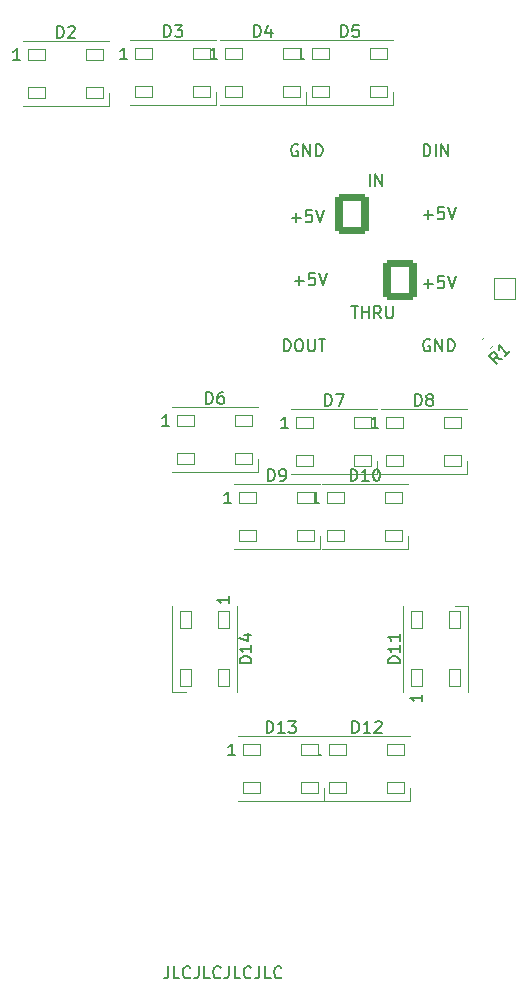
<source format=gbr>
%TF.GenerationSoftware,KiCad,Pcbnew,(6.0.9)*%
%TF.CreationDate,2022-12-07T12:03:19-09:00*%
%TF.ProjectId,AV COOL Panel,41562043-4f4f-44c2-9050-616e656c2e6b,rev?*%
%TF.SameCoordinates,Original*%
%TF.FileFunction,Legend,Top*%
%TF.FilePolarity,Positive*%
%FSLAX46Y46*%
G04 Gerber Fmt 4.6, Leading zero omitted, Abs format (unit mm)*
G04 Created by KiCad (PCBNEW (6.0.9)) date 2022-12-07 12:03:19*
%MOMM*%
%LPD*%
G01*
G04 APERTURE LIST*
G04 Aperture macros list*
%AMRoundRect*
0 Rectangle with rounded corners*
0 $1 Rounding radius*
0 $2 $3 $4 $5 $6 $7 $8 $9 X,Y pos of 4 corners*
0 Add a 4 corners polygon primitive as box body*
4,1,4,$2,$3,$4,$5,$6,$7,$8,$9,$2,$3,0*
0 Add four circle primitives for the rounded corners*
1,1,$1+$1,$2,$3*
1,1,$1+$1,$4,$5*
1,1,$1+$1,$6,$7*
1,1,$1+$1,$8,$9*
0 Add four rect primitives between the rounded corners*
20,1,$1+$1,$2,$3,$4,$5,0*
20,1,$1+$1,$4,$5,$6,$7,0*
20,1,$1+$1,$6,$7,$8,$9,0*
20,1,$1+$1,$8,$9,$2,$3,0*%
G04 Aperture macros list end*
%ADD10C,0.150000*%
%ADD11C,0.120000*%
%ADD12RoundRect,0.268750X-0.026517X0.335876X-0.335876X0.026517X0.026517X-0.335876X0.335876X-0.026517X0*%
%ADD13RoundRect,0.050000X-0.750000X-0.500000X0.750000X-0.500000X0.750000X0.500000X-0.750000X0.500000X0*%
%ADD14RoundRect,0.050000X0.500000X-0.750000X0.500000X0.750000X-0.500000X0.750000X-0.500000X-0.750000X0*%
%ADD15RoundRect,0.050000X-0.500000X0.750000X-0.500000X-0.750000X0.500000X-0.750000X0.500000X0.750000X0*%
%ADD16C,4.400000*%
%ADD17RoundRect,0.050000X0.900000X0.900000X-0.900000X0.900000X-0.900000X-0.900000X0.900000X-0.900000X0*%
%ADD18C,1.900000*%
%ADD19RoundRect,0.300001X-1.099999X-1.399999X1.099999X-1.399999X1.099999X1.399999X-1.099999X1.399999X0*%
%ADD20O,2.800000X3.400000*%
%ADD21RoundRect,0.300001X1.099999X1.399999X-1.099999X1.399999X-1.099999X-1.399999X1.099999X-1.399999X0*%
G04 APERTURE END LIST*
D10*
X231227523Y-62428380D02*
X231227523Y-61428380D01*
X231465619Y-61428380D01*
X231608476Y-61476000D01*
X231703714Y-61571238D01*
X231751333Y-61666476D01*
X231798952Y-61856952D01*
X231798952Y-61999809D01*
X231751333Y-62190285D01*
X231703714Y-62285523D01*
X231608476Y-62380761D01*
X231465619Y-62428380D01*
X231227523Y-62428380D01*
X232418000Y-61428380D02*
X232608476Y-61428380D01*
X232703714Y-61476000D01*
X232798952Y-61571238D01*
X232846571Y-61761714D01*
X232846571Y-62095047D01*
X232798952Y-62285523D01*
X232703714Y-62380761D01*
X232608476Y-62428380D01*
X232418000Y-62428380D01*
X232322761Y-62380761D01*
X232227523Y-62285523D01*
X232179904Y-62095047D01*
X232179904Y-61761714D01*
X232227523Y-61571238D01*
X232322761Y-61476000D01*
X232418000Y-61428380D01*
X233275142Y-61428380D02*
X233275142Y-62237904D01*
X233322761Y-62333142D01*
X233370380Y-62380761D01*
X233465619Y-62428380D01*
X233656095Y-62428380D01*
X233751333Y-62380761D01*
X233798952Y-62333142D01*
X233846571Y-62237904D01*
X233846571Y-61428380D01*
X234179904Y-61428380D02*
X234751333Y-61428380D01*
X234465619Y-62428380D02*
X234465619Y-61428380D01*
X231886285Y-51125428D02*
X232648190Y-51125428D01*
X232267238Y-51506380D02*
X232267238Y-50744476D01*
X233600571Y-50506380D02*
X233124380Y-50506380D01*
X233076761Y-50982571D01*
X233124380Y-50934952D01*
X233219619Y-50887333D01*
X233457714Y-50887333D01*
X233552952Y-50934952D01*
X233600571Y-50982571D01*
X233648190Y-51077809D01*
X233648190Y-51315904D01*
X233600571Y-51411142D01*
X233552952Y-51458761D01*
X233457714Y-51506380D01*
X233219619Y-51506380D01*
X233124380Y-51458761D01*
X233076761Y-51411142D01*
X233933904Y-50506380D02*
X234267238Y-51506380D01*
X234600571Y-50506380D01*
X232410095Y-44966000D02*
X232314857Y-44918380D01*
X232172000Y-44918380D01*
X232029142Y-44966000D01*
X231933904Y-45061238D01*
X231886285Y-45156476D01*
X231838666Y-45346952D01*
X231838666Y-45489809D01*
X231886285Y-45680285D01*
X231933904Y-45775523D01*
X232029142Y-45870761D01*
X232172000Y-45918380D01*
X232267238Y-45918380D01*
X232410095Y-45870761D01*
X232457714Y-45823142D01*
X232457714Y-45489809D01*
X232267238Y-45489809D01*
X232886285Y-45918380D02*
X232886285Y-44918380D01*
X233457714Y-45918380D01*
X233457714Y-44918380D01*
X233933904Y-45918380D02*
X233933904Y-44918380D01*
X234172000Y-44918380D01*
X234314857Y-44966000D01*
X234410095Y-45061238D01*
X234457714Y-45156476D01*
X234505333Y-45346952D01*
X234505333Y-45489809D01*
X234457714Y-45680285D01*
X234410095Y-45775523D01*
X234314857Y-45870761D01*
X234172000Y-45918380D01*
X233933904Y-45918380D01*
X236926666Y-58634380D02*
X237498095Y-58634380D01*
X237212380Y-59634380D02*
X237212380Y-58634380D01*
X237831428Y-59634380D02*
X237831428Y-58634380D01*
X237831428Y-59110571D02*
X238402857Y-59110571D01*
X238402857Y-59634380D02*
X238402857Y-58634380D01*
X239450476Y-59634380D02*
X239117142Y-59158190D01*
X238879047Y-59634380D02*
X238879047Y-58634380D01*
X239260000Y-58634380D01*
X239355238Y-58682000D01*
X239402857Y-58729619D01*
X239450476Y-58824857D01*
X239450476Y-58967714D01*
X239402857Y-59062952D01*
X239355238Y-59110571D01*
X239260000Y-59158190D01*
X238879047Y-59158190D01*
X239879047Y-58634380D02*
X239879047Y-59443904D01*
X239926666Y-59539142D01*
X239974285Y-59586761D01*
X240069523Y-59634380D01*
X240260000Y-59634380D01*
X240355238Y-59586761D01*
X240402857Y-59539142D01*
X240450476Y-59443904D01*
X240450476Y-58634380D01*
X238490190Y-48458380D02*
X238490190Y-47458380D01*
X238966380Y-48458380D02*
X238966380Y-47458380D01*
X239537809Y-48458380D01*
X239537809Y-47458380D01*
X243070190Y-45918380D02*
X243070190Y-44918380D01*
X243308285Y-44918380D01*
X243451142Y-44966000D01*
X243546380Y-45061238D01*
X243594000Y-45156476D01*
X243641619Y-45346952D01*
X243641619Y-45489809D01*
X243594000Y-45680285D01*
X243546380Y-45775523D01*
X243451142Y-45870761D01*
X243308285Y-45918380D01*
X243070190Y-45918380D01*
X244070190Y-45918380D02*
X244070190Y-44918380D01*
X244546380Y-45918380D02*
X244546380Y-44918380D01*
X245117809Y-45918380D01*
X245117809Y-44918380D01*
X243062285Y-56713428D02*
X243824190Y-56713428D01*
X243443238Y-57094380D02*
X243443238Y-56332476D01*
X244776571Y-56094380D02*
X244300380Y-56094380D01*
X244252761Y-56570571D01*
X244300380Y-56522952D01*
X244395619Y-56475333D01*
X244633714Y-56475333D01*
X244728952Y-56522952D01*
X244776571Y-56570571D01*
X244824190Y-56665809D01*
X244824190Y-56903904D01*
X244776571Y-56999142D01*
X244728952Y-57046761D01*
X244633714Y-57094380D01*
X244395619Y-57094380D01*
X244300380Y-57046761D01*
X244252761Y-56999142D01*
X245109904Y-56094380D02*
X245443238Y-57094380D01*
X245776571Y-56094380D01*
X232140285Y-56459428D02*
X232902190Y-56459428D01*
X232521238Y-56840380D02*
X232521238Y-56078476D01*
X233854571Y-55840380D02*
X233378380Y-55840380D01*
X233330761Y-56316571D01*
X233378380Y-56268952D01*
X233473619Y-56221333D01*
X233711714Y-56221333D01*
X233806952Y-56268952D01*
X233854571Y-56316571D01*
X233902190Y-56411809D01*
X233902190Y-56649904D01*
X233854571Y-56745142D01*
X233806952Y-56792761D01*
X233711714Y-56840380D01*
X233473619Y-56840380D01*
X233378380Y-56792761D01*
X233330761Y-56745142D01*
X234187904Y-55840380D02*
X234521238Y-56840380D01*
X234854571Y-55840380D01*
X243586095Y-61476000D02*
X243490857Y-61428380D01*
X243348000Y-61428380D01*
X243205142Y-61476000D01*
X243109904Y-61571238D01*
X243062285Y-61666476D01*
X243014666Y-61856952D01*
X243014666Y-61999809D01*
X243062285Y-62190285D01*
X243109904Y-62285523D01*
X243205142Y-62380761D01*
X243348000Y-62428380D01*
X243443238Y-62428380D01*
X243586095Y-62380761D01*
X243633714Y-62333142D01*
X243633714Y-61999809D01*
X243443238Y-61999809D01*
X244062285Y-62428380D02*
X244062285Y-61428380D01*
X244633714Y-62428380D01*
X244633714Y-61428380D01*
X245109904Y-62428380D02*
X245109904Y-61428380D01*
X245348000Y-61428380D01*
X245490857Y-61476000D01*
X245586095Y-61571238D01*
X245633714Y-61666476D01*
X245681333Y-61856952D01*
X245681333Y-61999809D01*
X245633714Y-62190285D01*
X245586095Y-62285523D01*
X245490857Y-62380761D01*
X245348000Y-62428380D01*
X245109904Y-62428380D01*
X243062285Y-50871428D02*
X243824190Y-50871428D01*
X243443238Y-51252380D02*
X243443238Y-50490476D01*
X244776571Y-50252380D02*
X244300380Y-50252380D01*
X244252761Y-50728571D01*
X244300380Y-50680952D01*
X244395619Y-50633333D01*
X244633714Y-50633333D01*
X244728952Y-50680952D01*
X244776571Y-50728571D01*
X244824190Y-50823809D01*
X244824190Y-51061904D01*
X244776571Y-51157142D01*
X244728952Y-51204761D01*
X244633714Y-51252380D01*
X244395619Y-51252380D01*
X244300380Y-51204761D01*
X244252761Y-51157142D01*
X245109904Y-50252380D02*
X245443238Y-51252380D01*
X245776571Y-50252380D01*
X221440952Y-114514380D02*
X221440952Y-115228666D01*
X221393333Y-115371523D01*
X221298095Y-115466761D01*
X221155238Y-115514380D01*
X221060000Y-115514380D01*
X222393333Y-115514380D02*
X221917142Y-115514380D01*
X221917142Y-114514380D01*
X223298095Y-115419142D02*
X223250476Y-115466761D01*
X223107619Y-115514380D01*
X223012380Y-115514380D01*
X222869523Y-115466761D01*
X222774285Y-115371523D01*
X222726666Y-115276285D01*
X222679047Y-115085809D01*
X222679047Y-114942952D01*
X222726666Y-114752476D01*
X222774285Y-114657238D01*
X222869523Y-114562000D01*
X223012380Y-114514380D01*
X223107619Y-114514380D01*
X223250476Y-114562000D01*
X223298095Y-114609619D01*
X224012380Y-114514380D02*
X224012380Y-115228666D01*
X223964761Y-115371523D01*
X223869523Y-115466761D01*
X223726666Y-115514380D01*
X223631428Y-115514380D01*
X224964761Y-115514380D02*
X224488571Y-115514380D01*
X224488571Y-114514380D01*
X225869523Y-115419142D02*
X225821904Y-115466761D01*
X225679047Y-115514380D01*
X225583809Y-115514380D01*
X225440952Y-115466761D01*
X225345714Y-115371523D01*
X225298095Y-115276285D01*
X225250476Y-115085809D01*
X225250476Y-114942952D01*
X225298095Y-114752476D01*
X225345714Y-114657238D01*
X225440952Y-114562000D01*
X225583809Y-114514380D01*
X225679047Y-114514380D01*
X225821904Y-114562000D01*
X225869523Y-114609619D01*
X226583809Y-114514380D02*
X226583809Y-115228666D01*
X226536190Y-115371523D01*
X226440952Y-115466761D01*
X226298095Y-115514380D01*
X226202857Y-115514380D01*
X227536190Y-115514380D02*
X227060000Y-115514380D01*
X227060000Y-114514380D01*
X228440952Y-115419142D02*
X228393333Y-115466761D01*
X228250476Y-115514380D01*
X228155238Y-115514380D01*
X228012380Y-115466761D01*
X227917142Y-115371523D01*
X227869523Y-115276285D01*
X227821904Y-115085809D01*
X227821904Y-114942952D01*
X227869523Y-114752476D01*
X227917142Y-114657238D01*
X228012380Y-114562000D01*
X228155238Y-114514380D01*
X228250476Y-114514380D01*
X228393333Y-114562000D01*
X228440952Y-114609619D01*
X229155238Y-114514380D02*
X229155238Y-115228666D01*
X229107619Y-115371523D01*
X229012380Y-115466761D01*
X228869523Y-115514380D01*
X228774285Y-115514380D01*
X230107619Y-115514380D02*
X229631428Y-115514380D01*
X229631428Y-114514380D01*
X231012380Y-115419142D02*
X230964761Y-115466761D01*
X230821904Y-115514380D01*
X230726666Y-115514380D01*
X230583809Y-115466761D01*
X230488571Y-115371523D01*
X230440952Y-115276285D01*
X230393333Y-115085809D01*
X230393333Y-114942952D01*
X230440952Y-114752476D01*
X230488571Y-114657238D01*
X230583809Y-114562000D01*
X230726666Y-114514380D01*
X230821904Y-114514380D01*
X230964761Y-114562000D01*
X231012380Y-114609619D01*
%TO.C,R1*%
X249674040Y-63122048D02*
X249101620Y-63021033D01*
X249269979Y-63526109D02*
X248562872Y-62819003D01*
X248832246Y-62549628D01*
X248933261Y-62515957D01*
X249000605Y-62515957D01*
X249101620Y-62549628D01*
X249202635Y-62650644D01*
X249236307Y-62751659D01*
X249236307Y-62819003D01*
X249202635Y-62920018D01*
X248933261Y-63189392D01*
X250347475Y-62448613D02*
X249943414Y-62852674D01*
X250145445Y-62650644D02*
X249438338Y-61943537D01*
X249472010Y-62111896D01*
X249472010Y-62246583D01*
X249438338Y-62347598D01*
%TO.C,D2*%
X212023904Y-35890380D02*
X212023904Y-34890380D01*
X212262000Y-34890380D01*
X212404857Y-34938000D01*
X212500095Y-35033238D01*
X212547714Y-35128476D01*
X212595333Y-35318952D01*
X212595333Y-35461809D01*
X212547714Y-35652285D01*
X212500095Y-35747523D01*
X212404857Y-35842761D01*
X212262000Y-35890380D01*
X212023904Y-35890380D01*
X212976285Y-34985619D02*
X213023904Y-34938000D01*
X213119142Y-34890380D01*
X213357238Y-34890380D01*
X213452476Y-34938000D01*
X213500095Y-34985619D01*
X213547714Y-35080857D01*
X213547714Y-35176095D01*
X213500095Y-35318952D01*
X212928666Y-35890380D01*
X213547714Y-35890380D01*
X208897714Y-37790380D02*
X208326285Y-37790380D01*
X208612000Y-37790380D02*
X208612000Y-36790380D01*
X208516761Y-36933238D01*
X208421523Y-37028476D01*
X208326285Y-37076095D01*
%TO.C,D3*%
X221093904Y-35814380D02*
X221093904Y-34814380D01*
X221332000Y-34814380D01*
X221474857Y-34862000D01*
X221570095Y-34957238D01*
X221617714Y-35052476D01*
X221665333Y-35242952D01*
X221665333Y-35385809D01*
X221617714Y-35576285D01*
X221570095Y-35671523D01*
X221474857Y-35766761D01*
X221332000Y-35814380D01*
X221093904Y-35814380D01*
X221998666Y-34814380D02*
X222617714Y-34814380D01*
X222284380Y-35195333D01*
X222427238Y-35195333D01*
X222522476Y-35242952D01*
X222570095Y-35290571D01*
X222617714Y-35385809D01*
X222617714Y-35623904D01*
X222570095Y-35719142D01*
X222522476Y-35766761D01*
X222427238Y-35814380D01*
X222141523Y-35814380D01*
X222046285Y-35766761D01*
X221998666Y-35719142D01*
X217967714Y-37714380D02*
X217396285Y-37714380D01*
X217682000Y-37714380D02*
X217682000Y-36714380D01*
X217586761Y-36857238D01*
X217491523Y-36952476D01*
X217396285Y-37000095D01*
%TO.C,D4*%
X228713904Y-35814380D02*
X228713904Y-34814380D01*
X228952000Y-34814380D01*
X229094857Y-34862000D01*
X229190095Y-34957238D01*
X229237714Y-35052476D01*
X229285333Y-35242952D01*
X229285333Y-35385809D01*
X229237714Y-35576285D01*
X229190095Y-35671523D01*
X229094857Y-35766761D01*
X228952000Y-35814380D01*
X228713904Y-35814380D01*
X230142476Y-35147714D02*
X230142476Y-35814380D01*
X229904380Y-34766761D02*
X229666285Y-35481047D01*
X230285333Y-35481047D01*
X225587714Y-37714380D02*
X225016285Y-37714380D01*
X225302000Y-37714380D02*
X225302000Y-36714380D01*
X225206761Y-36857238D01*
X225111523Y-36952476D01*
X225016285Y-37000095D01*
%TO.C,D5*%
X236079904Y-35814380D02*
X236079904Y-34814380D01*
X236318000Y-34814380D01*
X236460857Y-34862000D01*
X236556095Y-34957238D01*
X236603714Y-35052476D01*
X236651333Y-35242952D01*
X236651333Y-35385809D01*
X236603714Y-35576285D01*
X236556095Y-35671523D01*
X236460857Y-35766761D01*
X236318000Y-35814380D01*
X236079904Y-35814380D01*
X237556095Y-34814380D02*
X237079904Y-34814380D01*
X237032285Y-35290571D01*
X237079904Y-35242952D01*
X237175142Y-35195333D01*
X237413238Y-35195333D01*
X237508476Y-35242952D01*
X237556095Y-35290571D01*
X237603714Y-35385809D01*
X237603714Y-35623904D01*
X237556095Y-35719142D01*
X237508476Y-35766761D01*
X237413238Y-35814380D01*
X237175142Y-35814380D01*
X237079904Y-35766761D01*
X237032285Y-35719142D01*
X232953714Y-37714380D02*
X232382285Y-37714380D01*
X232668000Y-37714380D02*
X232668000Y-36714380D01*
X232572761Y-36857238D01*
X232477523Y-36952476D01*
X232382285Y-37000095D01*
%TO.C,D6*%
X224649904Y-66878380D02*
X224649904Y-65878380D01*
X224888000Y-65878380D01*
X225030857Y-65926000D01*
X225126095Y-66021238D01*
X225173714Y-66116476D01*
X225221333Y-66306952D01*
X225221333Y-66449809D01*
X225173714Y-66640285D01*
X225126095Y-66735523D01*
X225030857Y-66830761D01*
X224888000Y-66878380D01*
X224649904Y-66878380D01*
X226078476Y-65878380D02*
X225888000Y-65878380D01*
X225792761Y-65926000D01*
X225745142Y-65973619D01*
X225649904Y-66116476D01*
X225602285Y-66306952D01*
X225602285Y-66687904D01*
X225649904Y-66783142D01*
X225697523Y-66830761D01*
X225792761Y-66878380D01*
X225983238Y-66878380D01*
X226078476Y-66830761D01*
X226126095Y-66783142D01*
X226173714Y-66687904D01*
X226173714Y-66449809D01*
X226126095Y-66354571D01*
X226078476Y-66306952D01*
X225983238Y-66259333D01*
X225792761Y-66259333D01*
X225697523Y-66306952D01*
X225649904Y-66354571D01*
X225602285Y-66449809D01*
X221523714Y-68778380D02*
X220952285Y-68778380D01*
X221238000Y-68778380D02*
X221238000Y-67778380D01*
X221142761Y-67921238D01*
X221047523Y-68016476D01*
X220952285Y-68064095D01*
%TO.C,D7*%
X234719904Y-67056380D02*
X234719904Y-66056380D01*
X234958000Y-66056380D01*
X235100857Y-66104000D01*
X235196095Y-66199238D01*
X235243714Y-66294476D01*
X235291333Y-66484952D01*
X235291333Y-66627809D01*
X235243714Y-66818285D01*
X235196095Y-66913523D01*
X235100857Y-67008761D01*
X234958000Y-67056380D01*
X234719904Y-67056380D01*
X235624666Y-66056380D02*
X236291333Y-66056380D01*
X235862761Y-67056380D01*
X231593714Y-68956380D02*
X231022285Y-68956380D01*
X231308000Y-68956380D02*
X231308000Y-67956380D01*
X231212761Y-68099238D01*
X231117523Y-68194476D01*
X231022285Y-68242095D01*
%TO.C,D8*%
X242339904Y-67056380D02*
X242339904Y-66056380D01*
X242578000Y-66056380D01*
X242720857Y-66104000D01*
X242816095Y-66199238D01*
X242863714Y-66294476D01*
X242911333Y-66484952D01*
X242911333Y-66627809D01*
X242863714Y-66818285D01*
X242816095Y-66913523D01*
X242720857Y-67008761D01*
X242578000Y-67056380D01*
X242339904Y-67056380D01*
X243482761Y-66484952D02*
X243387523Y-66437333D01*
X243339904Y-66389714D01*
X243292285Y-66294476D01*
X243292285Y-66246857D01*
X243339904Y-66151619D01*
X243387523Y-66104000D01*
X243482761Y-66056380D01*
X243673238Y-66056380D01*
X243768476Y-66104000D01*
X243816095Y-66151619D01*
X243863714Y-66246857D01*
X243863714Y-66294476D01*
X243816095Y-66389714D01*
X243768476Y-66437333D01*
X243673238Y-66484952D01*
X243482761Y-66484952D01*
X243387523Y-66532571D01*
X243339904Y-66580190D01*
X243292285Y-66675428D01*
X243292285Y-66865904D01*
X243339904Y-66961142D01*
X243387523Y-67008761D01*
X243482761Y-67056380D01*
X243673238Y-67056380D01*
X243768476Y-67008761D01*
X243816095Y-66961142D01*
X243863714Y-66865904D01*
X243863714Y-66675428D01*
X243816095Y-66580190D01*
X243768476Y-66532571D01*
X243673238Y-66484952D01*
X239213714Y-68956380D02*
X238642285Y-68956380D01*
X238928000Y-68956380D02*
X238928000Y-67956380D01*
X238832761Y-68099238D01*
X238737523Y-68194476D01*
X238642285Y-68242095D01*
%TO.C,D9*%
X229893904Y-73406380D02*
X229893904Y-72406380D01*
X230132000Y-72406380D01*
X230274857Y-72454000D01*
X230370095Y-72549238D01*
X230417714Y-72644476D01*
X230465333Y-72834952D01*
X230465333Y-72977809D01*
X230417714Y-73168285D01*
X230370095Y-73263523D01*
X230274857Y-73358761D01*
X230132000Y-73406380D01*
X229893904Y-73406380D01*
X230941523Y-73406380D02*
X231132000Y-73406380D01*
X231227238Y-73358761D01*
X231274857Y-73311142D01*
X231370095Y-73168285D01*
X231417714Y-72977809D01*
X231417714Y-72596857D01*
X231370095Y-72501619D01*
X231322476Y-72454000D01*
X231227238Y-72406380D01*
X231036761Y-72406380D01*
X230941523Y-72454000D01*
X230893904Y-72501619D01*
X230846285Y-72596857D01*
X230846285Y-72834952D01*
X230893904Y-72930190D01*
X230941523Y-72977809D01*
X231036761Y-73025428D01*
X231227238Y-73025428D01*
X231322476Y-72977809D01*
X231370095Y-72930190D01*
X231417714Y-72834952D01*
X226767714Y-75306380D02*
X226196285Y-75306380D01*
X226482000Y-75306380D02*
X226482000Y-74306380D01*
X226386761Y-74449238D01*
X226291523Y-74544476D01*
X226196285Y-74592095D01*
%TO.C,D10*%
X236873714Y-73406380D02*
X236873714Y-72406380D01*
X237111809Y-72406380D01*
X237254666Y-72454000D01*
X237349904Y-72549238D01*
X237397523Y-72644476D01*
X237445142Y-72834952D01*
X237445142Y-72977809D01*
X237397523Y-73168285D01*
X237349904Y-73263523D01*
X237254666Y-73358761D01*
X237111809Y-73406380D01*
X236873714Y-73406380D01*
X238397523Y-73406380D02*
X237826095Y-73406380D01*
X238111809Y-73406380D02*
X238111809Y-72406380D01*
X238016571Y-72549238D01*
X237921333Y-72644476D01*
X237826095Y-72692095D01*
X239016571Y-72406380D02*
X239111809Y-72406380D01*
X239207047Y-72454000D01*
X239254666Y-72501619D01*
X239302285Y-72596857D01*
X239349904Y-72787333D01*
X239349904Y-73025428D01*
X239302285Y-73215904D01*
X239254666Y-73311142D01*
X239207047Y-73358761D01*
X239111809Y-73406380D01*
X239016571Y-73406380D01*
X238921333Y-73358761D01*
X238873714Y-73311142D01*
X238826095Y-73215904D01*
X238778476Y-73025428D01*
X238778476Y-72787333D01*
X238826095Y-72596857D01*
X238873714Y-72501619D01*
X238921333Y-72454000D01*
X239016571Y-72406380D01*
X234223714Y-75306380D02*
X233652285Y-75306380D01*
X233938000Y-75306380D02*
X233938000Y-74306380D01*
X233842761Y-74449238D01*
X233747523Y-74544476D01*
X233652285Y-74592095D01*
%TO.C,D11*%
X241046380Y-88844285D02*
X240046380Y-88844285D01*
X240046380Y-88606190D01*
X240094000Y-88463333D01*
X240189238Y-88368095D01*
X240284476Y-88320476D01*
X240474952Y-88272857D01*
X240617809Y-88272857D01*
X240808285Y-88320476D01*
X240903523Y-88368095D01*
X240998761Y-88463333D01*
X241046380Y-88606190D01*
X241046380Y-88844285D01*
X241046380Y-87320476D02*
X241046380Y-87891904D01*
X241046380Y-87606190D02*
X240046380Y-87606190D01*
X240189238Y-87701428D01*
X240284476Y-87796666D01*
X240332095Y-87891904D01*
X241046380Y-86368095D02*
X241046380Y-86939523D01*
X241046380Y-86653809D02*
X240046380Y-86653809D01*
X240189238Y-86749047D01*
X240284476Y-86844285D01*
X240332095Y-86939523D01*
X242946380Y-91494285D02*
X242946380Y-92065714D01*
X242946380Y-91780000D02*
X241946380Y-91780000D01*
X242089238Y-91875238D01*
X242184476Y-91970476D01*
X242232095Y-92065714D01*
%TO.C,D12*%
X237037714Y-94742380D02*
X237037714Y-93742380D01*
X237275809Y-93742380D01*
X237418666Y-93790000D01*
X237513904Y-93885238D01*
X237561523Y-93980476D01*
X237609142Y-94170952D01*
X237609142Y-94313809D01*
X237561523Y-94504285D01*
X237513904Y-94599523D01*
X237418666Y-94694761D01*
X237275809Y-94742380D01*
X237037714Y-94742380D01*
X238561523Y-94742380D02*
X237990095Y-94742380D01*
X238275809Y-94742380D02*
X238275809Y-93742380D01*
X238180571Y-93885238D01*
X238085333Y-93980476D01*
X237990095Y-94028095D01*
X238942476Y-93837619D02*
X238990095Y-93790000D01*
X239085333Y-93742380D01*
X239323428Y-93742380D01*
X239418666Y-93790000D01*
X239466285Y-93837619D01*
X239513904Y-93932857D01*
X239513904Y-94028095D01*
X239466285Y-94170952D01*
X238894857Y-94742380D01*
X239513904Y-94742380D01*
X234387714Y-96642380D02*
X233816285Y-96642380D01*
X234102000Y-96642380D02*
X234102000Y-95642380D01*
X234006761Y-95785238D01*
X233911523Y-95880476D01*
X233816285Y-95928095D01*
%TO.C,D13*%
X229761714Y-94742380D02*
X229761714Y-93742380D01*
X229999809Y-93742380D01*
X230142666Y-93790000D01*
X230237904Y-93885238D01*
X230285523Y-93980476D01*
X230333142Y-94170952D01*
X230333142Y-94313809D01*
X230285523Y-94504285D01*
X230237904Y-94599523D01*
X230142666Y-94694761D01*
X229999809Y-94742380D01*
X229761714Y-94742380D01*
X231285523Y-94742380D02*
X230714095Y-94742380D01*
X230999809Y-94742380D02*
X230999809Y-93742380D01*
X230904571Y-93885238D01*
X230809333Y-93980476D01*
X230714095Y-94028095D01*
X231618857Y-93742380D02*
X232237904Y-93742380D01*
X231904571Y-94123333D01*
X232047428Y-94123333D01*
X232142666Y-94170952D01*
X232190285Y-94218571D01*
X232237904Y-94313809D01*
X232237904Y-94551904D01*
X232190285Y-94647142D01*
X232142666Y-94694761D01*
X232047428Y-94742380D01*
X231761714Y-94742380D01*
X231666476Y-94694761D01*
X231618857Y-94647142D01*
X227111714Y-96642380D02*
X226540285Y-96642380D01*
X226826000Y-96642380D02*
X226826000Y-95642380D01*
X226730761Y-95785238D01*
X226635523Y-95880476D01*
X226540285Y-95928095D01*
%TO.C,D14*%
X228488380Y-88844285D02*
X227488380Y-88844285D01*
X227488380Y-88606190D01*
X227536000Y-88463333D01*
X227631238Y-88368095D01*
X227726476Y-88320476D01*
X227916952Y-88272857D01*
X228059809Y-88272857D01*
X228250285Y-88320476D01*
X228345523Y-88368095D01*
X228440761Y-88463333D01*
X228488380Y-88606190D01*
X228488380Y-88844285D01*
X228488380Y-87320476D02*
X228488380Y-87891904D01*
X228488380Y-87606190D02*
X227488380Y-87606190D01*
X227631238Y-87701428D01*
X227726476Y-87796666D01*
X227774095Y-87891904D01*
X227821714Y-86463333D02*
X228488380Y-86463333D01*
X227440761Y-86701428D02*
X228155047Y-86939523D01*
X228155047Y-86320476D01*
X226588380Y-83194285D02*
X226588380Y-83765714D01*
X226588380Y-83480000D02*
X225588380Y-83480000D01*
X225731238Y-83575238D01*
X225826476Y-83670476D01*
X225874095Y-83765714D01*
D11*
%TO.C,R1*%
X248215325Y-61197426D02*
X247985120Y-61427631D01*
X248936574Y-61918675D02*
X248706369Y-62148880D01*
%TO.C,D2*%
X209112000Y-41688000D02*
X216412000Y-41688000D01*
X209112000Y-36188000D02*
X216412000Y-36188000D01*
X216412000Y-41688000D02*
X216412000Y-40538000D01*
%TO.C,D3*%
X218182000Y-41612000D02*
X225482000Y-41612000D01*
X225482000Y-41612000D02*
X225482000Y-40462000D01*
X218182000Y-36112000D02*
X225482000Y-36112000D01*
%TO.C,D4*%
X225802000Y-36112000D02*
X233102000Y-36112000D01*
X225802000Y-41612000D02*
X233102000Y-41612000D01*
X233102000Y-41612000D02*
X233102000Y-40462000D01*
%TO.C,D5*%
X240468000Y-41612000D02*
X240468000Y-40462000D01*
X233168000Y-41612000D02*
X240468000Y-41612000D01*
X233168000Y-36112000D02*
X240468000Y-36112000D01*
%TO.C,D6*%
X221738000Y-67176000D02*
X229038000Y-67176000D01*
X229038000Y-72676000D02*
X229038000Y-71526000D01*
X221738000Y-72676000D02*
X229038000Y-72676000D01*
%TO.C,D7*%
X231808000Y-72854000D02*
X239108000Y-72854000D01*
X231808000Y-67354000D02*
X239108000Y-67354000D01*
X239108000Y-72854000D02*
X239108000Y-71704000D01*
%TO.C,D8*%
X239428000Y-67354000D02*
X246728000Y-67354000D01*
X246728000Y-72854000D02*
X246728000Y-71704000D01*
X239428000Y-72854000D02*
X246728000Y-72854000D01*
%TO.C,D9*%
X226982000Y-73704000D02*
X234282000Y-73704000D01*
X226982000Y-79204000D02*
X234282000Y-79204000D01*
X234282000Y-79204000D02*
X234282000Y-78054000D01*
%TO.C,D10*%
X234438000Y-73704000D02*
X241738000Y-73704000D01*
X241738000Y-79204000D02*
X241738000Y-78054000D01*
X234438000Y-79204000D02*
X241738000Y-79204000D01*
%TO.C,D11*%
X241344000Y-91280000D02*
X241344000Y-83980000D01*
X246844000Y-83980000D02*
X245694000Y-83980000D01*
X246844000Y-91280000D02*
X246844000Y-83980000D01*
%TO.C,D12*%
X234602000Y-95040000D02*
X241902000Y-95040000D01*
X241902000Y-100540000D02*
X241902000Y-99390000D01*
X234602000Y-100540000D02*
X241902000Y-100540000D01*
%TO.C,D13*%
X227326000Y-95040000D02*
X234626000Y-95040000D01*
X234626000Y-100540000D02*
X234626000Y-99390000D01*
X227326000Y-100540000D02*
X234626000Y-100540000D01*
%TO.C,D14*%
X227286000Y-83980000D02*
X227286000Y-91280000D01*
X221786000Y-83980000D02*
X221786000Y-91280000D01*
X221786000Y-91280000D02*
X222936000Y-91280000D01*
%TD*%
%LPC*%
D12*
%TO.C,R1*%
X249017694Y-61116306D03*
X247904000Y-62230000D03*
%TD*%
D13*
%TO.C,D2*%
X210312000Y-37338000D03*
X210312000Y-40538000D03*
X215212000Y-40538000D03*
X215212000Y-37338000D03*
%TD*%
%TO.C,D3*%
X219382000Y-37262000D03*
X219382000Y-40462000D03*
X224282000Y-40462000D03*
X224282000Y-37262000D03*
%TD*%
%TO.C,D4*%
X227002000Y-37262000D03*
X227002000Y-40462000D03*
X231902000Y-40462000D03*
X231902000Y-37262000D03*
%TD*%
%TO.C,D5*%
X234368000Y-37262000D03*
X234368000Y-40462000D03*
X239268000Y-40462000D03*
X239268000Y-37262000D03*
%TD*%
%TO.C,D6*%
X222938000Y-68326000D03*
X222938000Y-71526000D03*
X227838000Y-71526000D03*
X227838000Y-68326000D03*
%TD*%
%TO.C,D7*%
X233008000Y-68504000D03*
X233008000Y-71704000D03*
X237908000Y-71704000D03*
X237908000Y-68504000D03*
%TD*%
%TO.C,D8*%
X240628000Y-68504000D03*
X240628000Y-71704000D03*
X245528000Y-71704000D03*
X245528000Y-68504000D03*
%TD*%
%TO.C,D9*%
X228182000Y-74854000D03*
X228182000Y-78054000D03*
X233082000Y-78054000D03*
X233082000Y-74854000D03*
%TD*%
%TO.C,D10*%
X235638000Y-74854000D03*
X235638000Y-78054000D03*
X240538000Y-78054000D03*
X240538000Y-74854000D03*
%TD*%
D14*
%TO.C,D11*%
X242494000Y-90080000D03*
X245694000Y-90080000D03*
X245694000Y-85180000D03*
X242494000Y-85180000D03*
%TD*%
D13*
%TO.C,D12*%
X235802000Y-96190000D03*
X235802000Y-99390000D03*
X240702000Y-99390000D03*
X240702000Y-96190000D03*
%TD*%
%TO.C,D13*%
X228526000Y-96190000D03*
X228526000Y-99390000D03*
X233426000Y-99390000D03*
X233426000Y-96190000D03*
%TD*%
D15*
%TO.C,D14*%
X226136000Y-85180000D03*
X222936000Y-85180000D03*
X222936000Y-90080000D03*
X226136000Y-90080000D03*
%TD*%
D16*
%TO.C,REF\u002A\u002A*%
X227838000Y-57912000D03*
%TD*%
%TO.C,REF\u002A\u002A*%
X238950519Y-107950010D03*
%TD*%
D17*
%TO.C,D1*%
X249936000Y-57150000D03*
D18*
X247396000Y-57150000D03*
%TD*%
D19*
%TO.C,J1*%
X236982000Y-50800000D03*
D20*
X241182000Y-50800000D03*
X236982000Y-45300000D03*
X241182000Y-45300000D03*
%TD*%
D21*
%TO.C,J2*%
X241046000Y-56388000D03*
D20*
X236846000Y-56388000D03*
X241046000Y-61888000D03*
X236846000Y-61888000D03*
%TD*%
M02*

</source>
